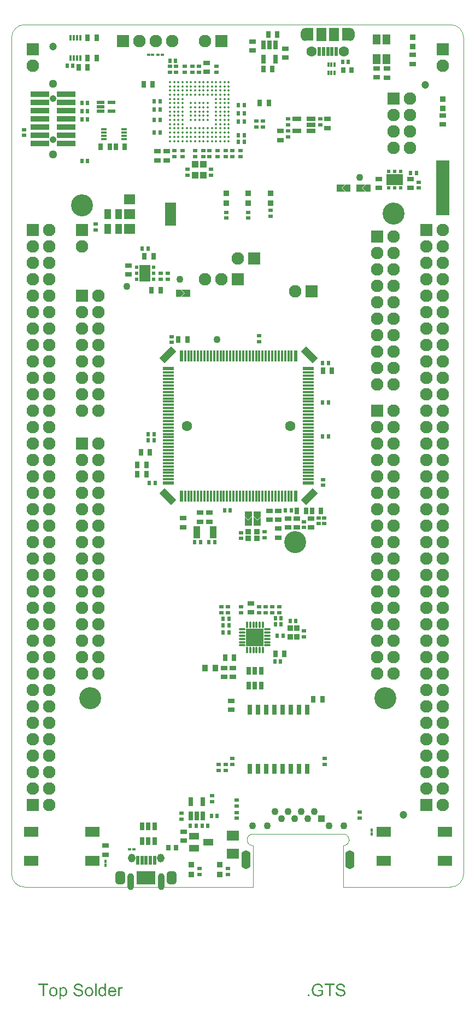
<source format=gts>
G04 Layer_Color=65535*
%FSLAX43Y43*%
%MOMM*%
G71*
G01*
G75*
%ADD83C,0.100*%
%ADD84C,0.100*%
%ADD108R,2.000X8.500*%
%ADD109R,0.850X0.950*%
%ADD110R,0.950X0.850*%
%ADD111R,1.100X1.900*%
%ADD112R,1.100X1.100*%
%ADD113R,0.430X0.525*%
%ADD114R,0.525X0.430*%
%ADD115R,0.650X0.900*%
%ADD116R,0.700X1.300*%
%ADD117R,0.700X1.400*%
%ADD118R,0.740X1.650*%
G04:AMPARAMS|DCode=119|XSize=0.4mm|YSize=0.95mm|CornerRadius=0.125mm|HoleSize=0mm|Usage=FLASHONLY|Rotation=180.000|XOffset=0mm|YOffset=0mm|HoleType=Round|Shape=RoundedRectangle|*
%AMROUNDEDRECTD119*
21,1,0.400,0.700,0,0,180.0*
21,1,0.150,0.950,0,0,180.0*
1,1,0.250,-0.075,0.350*
1,1,0.250,0.075,0.350*
1,1,0.250,0.075,-0.350*
1,1,0.250,-0.075,-0.350*
%
%ADD119ROUNDEDRECTD119*%
%ADD120R,2.700X2.700*%
G04:AMPARAMS|DCode=121|XSize=0.4mm|YSize=0.95mm|CornerRadius=0.125mm|HoleSize=0mm|Usage=FLASHONLY|Rotation=270.000|XOffset=0mm|YOffset=0mm|HoleType=Round|Shape=RoundedRectangle|*
%AMROUNDEDRECTD121*
21,1,0.400,0.700,0,0,270.0*
21,1,0.150,0.950,0,0,270.0*
1,1,0.250,-0.350,-0.075*
1,1,0.250,-0.350,0.075*
1,1,0.250,0.350,0.075*
1,1,0.250,0.350,-0.075*
%
%ADD121ROUNDEDRECTD121*%
G04:AMPARAMS|DCode=122|XSize=1.1mm|YSize=2.6mm|CornerRadius=0mm|HoleSize=0mm|Usage=FLASHONLY|Rotation=315.000|XOffset=0mm|YOffset=0mm|HoleType=Round|Shape=Rectangle|*
%AMROTATEDRECTD122*
4,1,4,-1.308,-0.530,0.530,1.308,1.308,0.530,-0.530,-1.308,-1.308,-0.530,0.0*
%
%ADD122ROTATEDRECTD122*%

G04:AMPARAMS|DCode=123|XSize=1.1mm|YSize=2.6mm|CornerRadius=0mm|HoleSize=0mm|Usage=FLASHONLY|Rotation=225.000|XOffset=0mm|YOffset=0mm|HoleType=Round|Shape=Rectangle|*
%AMROTATEDRECTD123*
4,1,4,-0.530,1.308,1.308,-0.530,0.530,-1.308,-1.308,0.530,-0.530,1.308,0.0*
%
%ADD123ROTATEDRECTD123*%

%ADD124R,0.400X1.750*%
%ADD125R,0.600X1.750*%
%ADD126R,1.750X0.600*%
%ADD127R,1.750X0.400*%
%ADD128R,1.800X2.600*%
%ADD129R,0.600X0.550*%
%ADD130R,1.750X1.600*%
%ADD131R,1.750X3.600*%
%ADD132R,2.600X1.800*%
%ADD133R,0.550X0.600*%
%ADD134R,0.900X0.400*%
%ADD135R,1.400X0.700*%
%ADD136R,1.300X0.500*%
%ADD137C,0.350*%
%ADD138R,0.350X0.700*%
%ADD139R,0.400X0.900*%
%ADD140C,1.100*%
%ADD141R,1.500X1.100*%
%ADD142R,0.800X0.610*%
%ADD143R,1.100X0.740*%
%ADD144R,0.610X0.800*%
%ADD145R,0.740X1.100*%
%ADD146R,0.900X0.900*%
%ADD147R,0.900X0.900*%
%ADD148R,1.200X1.600*%
%ADD149R,0.900X1.050*%
%ADD150R,0.500X1.450*%
%ADD151R,3.000X2.000*%
%ADD152R,2.890X0.840*%
%ADD153R,1.600X2.000*%
%ADD154R,0.500X1.450*%
%ADD155R,1.880X1.500*%
%ADD156R,0.990X0.740*%
%ADD157R,0.740X0.990*%
%ADD158R,0.660X0.610*%
%ADD159R,0.610X0.660*%
%ADD160R,1.000X1.500*%
%ADD161R,2.260X1.620*%
%ADD162C,1.200*%
%ADD163C,1.600*%
%ADD164C,1.950*%
%ADD165R,1.950X1.950*%
%ADD166R,1.950X1.950*%
%ADD167O,1.400X2.900*%
%ADD168R,1.100X1.100*%
%ADD169O,1.150X1.350*%
%ADD170O,1.050X2.625*%
G04:AMPARAMS|DCode=171|XSize=2mm|YSize=1.475mm|CornerRadius=0.394mm|HoleSize=0mm|Usage=FLASHONLY|Rotation=90.000|XOffset=0mm|YOffset=0mm|HoleType=Round|Shape=RoundedRectangle|*
%AMROUNDEDRECTD171*
21,1,2.000,0.688,0,0,90.0*
21,1,1.212,1.475,0,0,90.0*
1,1,0.787,0.344,0.606*
1,1,0.787,0.344,-0.606*
1,1,0.787,-0.344,-0.606*
1,1,0.787,-0.344,0.606*
%
%ADD171ROUNDEDRECTD171*%
%ADD172C,1.070*%
%ADD173C,1.290*%
%ADD174O,1.300X2.000*%
%ADD175C,3.403*%
G36*
X13146Y-16867D02*
X12911D01*
Y-14946D01*
X13146D01*
Y-16867D01*
D02*
G37*
G36*
X5665Y-15174D02*
X5032D01*
Y-16867D01*
X4776D01*
Y-15174D01*
X4143D01*
Y-14946D01*
X5665D01*
Y-15174D01*
D02*
G37*
G36*
X15623Y-15446D02*
X15645Y-15448D01*
X15673Y-15454D01*
X15703Y-15459D01*
X15739Y-15468D01*
X15773Y-15476D01*
X15812Y-15490D01*
X15848Y-15504D01*
X15887Y-15523D01*
X15925Y-15546D01*
X15964Y-15571D01*
X16000Y-15601D01*
X16034Y-15634D01*
X16037Y-15637D01*
X16042Y-15643D01*
X16050Y-15654D01*
X16062Y-15670D01*
X16075Y-15690D01*
X16089Y-15712D01*
X16106Y-15740D01*
X16123Y-15773D01*
X16139Y-15809D01*
X16156Y-15848D01*
X16170Y-15893D01*
X16184Y-15940D01*
X16195Y-15993D01*
X16203Y-16048D01*
X16209Y-16106D01*
X16211Y-16170D01*
Y-16173D01*
Y-16184D01*
Y-16203D01*
X16209Y-16231D01*
X15168D01*
Y-16234D01*
Y-16242D01*
X15170Y-16253D01*
Y-16270D01*
X15173Y-16290D01*
X15179Y-16312D01*
X15187Y-16362D01*
X15204Y-16417D01*
X15226Y-16478D01*
X15256Y-16534D01*
X15295Y-16584D01*
X15298D01*
X15301Y-16589D01*
X15318Y-16603D01*
X15342Y-16623D01*
X15376Y-16642D01*
X15420Y-16664D01*
X15470Y-16684D01*
X15526Y-16698D01*
X15556Y-16700D01*
X15590Y-16703D01*
X15612D01*
X15637Y-16700D01*
X15667Y-16695D01*
X15701Y-16687D01*
X15739Y-16675D01*
X15776Y-16659D01*
X15812Y-16637D01*
X15814Y-16634D01*
X15828Y-16623D01*
X15845Y-16606D01*
X15864Y-16584D01*
X15887Y-16553D01*
X15912Y-16514D01*
X15937Y-16470D01*
X15959Y-16417D01*
X16203Y-16448D01*
Y-16451D01*
X16200Y-16456D01*
X16198Y-16467D01*
X16192Y-16484D01*
X16184Y-16501D01*
X16175Y-16523D01*
X16153Y-16570D01*
X16125Y-16623D01*
X16087Y-16678D01*
X16042Y-16731D01*
X15987Y-16781D01*
X15984D01*
X15978Y-16786D01*
X15970Y-16792D01*
X15959Y-16800D01*
X15942Y-16809D01*
X15925Y-16817D01*
X15903Y-16828D01*
X15878Y-16839D01*
X15851Y-16850D01*
X15823Y-16861D01*
X15753Y-16878D01*
X15676Y-16892D01*
X15590Y-16898D01*
X15559D01*
X15540Y-16895D01*
X15515Y-16892D01*
X15484Y-16886D01*
X15451Y-16881D01*
X15415Y-16875D01*
X15337Y-16853D01*
X15295Y-16836D01*
X15256Y-16820D01*
X15215Y-16798D01*
X15176Y-16773D01*
X15140Y-16745D01*
X15104Y-16712D01*
X15101Y-16709D01*
X15095Y-16703D01*
X15087Y-16692D01*
X15076Y-16675D01*
X15062Y-16656D01*
X15048Y-16634D01*
X15032Y-16606D01*
X15015Y-16576D01*
X14998Y-16539D01*
X14982Y-16501D01*
X14968Y-16456D01*
X14954Y-16409D01*
X14943Y-16359D01*
X14934Y-16303D01*
X14929Y-16245D01*
X14926Y-16184D01*
Y-16181D01*
Y-16167D01*
Y-16151D01*
X14929Y-16126D01*
X14932Y-16095D01*
X14934Y-16062D01*
X14940Y-16023D01*
X14948Y-15984D01*
X14970Y-15895D01*
X14984Y-15851D01*
X15001Y-15804D01*
X15023Y-15759D01*
X15048Y-15718D01*
X15076Y-15676D01*
X15107Y-15637D01*
X15109Y-15634D01*
X15115Y-15629D01*
X15126Y-15620D01*
X15140Y-15607D01*
X15156Y-15593D01*
X15179Y-15576D01*
X15204Y-15557D01*
X15234Y-15540D01*
X15265Y-15521D01*
X15301Y-15504D01*
X15340Y-15487D01*
X15381Y-15473D01*
X15426Y-15459D01*
X15473Y-15451D01*
X15523Y-15446D01*
X15576Y-15443D01*
X15603D01*
X15623Y-15446D01*
D02*
G37*
G36*
X14632Y-16867D02*
X14412D01*
Y-16692D01*
X14410Y-16695D01*
X14407Y-16700D01*
X14399Y-16712D01*
X14387Y-16725D01*
X14374Y-16739D01*
X14357Y-16756D01*
X14337Y-16775D01*
X14313Y-16795D01*
X14288Y-16814D01*
X14260Y-16834D01*
X14226Y-16850D01*
X14190Y-16864D01*
X14154Y-16878D01*
X14113Y-16889D01*
X14068Y-16895D01*
X14021Y-16898D01*
X14004D01*
X13993Y-16895D01*
X13960Y-16892D01*
X13921Y-16886D01*
X13874Y-16875D01*
X13821Y-16859D01*
X13768Y-16836D01*
X13716Y-16806D01*
X13713D01*
X13710Y-16800D01*
X13693Y-16789D01*
X13668Y-16767D01*
X13638Y-16739D01*
X13602Y-16703D01*
X13566Y-16659D01*
X13530Y-16609D01*
X13499Y-16551D01*
Y-16548D01*
X13496Y-16542D01*
X13494Y-16534D01*
X13488Y-16523D01*
X13482Y-16506D01*
X13474Y-16487D01*
X13469Y-16467D01*
X13463Y-16442D01*
X13449Y-16387D01*
X13435Y-16323D01*
X13427Y-16251D01*
X13424Y-16173D01*
Y-16170D01*
Y-16165D01*
Y-16154D01*
Y-16137D01*
X13427Y-16120D01*
Y-16098D01*
X13432Y-16048D01*
X13441Y-15990D01*
X13455Y-15926D01*
X13471Y-15859D01*
X13494Y-15795D01*
Y-15793D01*
X13496Y-15787D01*
X13502Y-15779D01*
X13507Y-15768D01*
X13524Y-15737D01*
X13546Y-15698D01*
X13574Y-15657D01*
X13610Y-15615D01*
X13652Y-15571D01*
X13702Y-15534D01*
X13705D01*
X13707Y-15532D01*
X13716Y-15526D01*
X13727Y-15521D01*
X13754Y-15507D01*
X13793Y-15487D01*
X13838Y-15471D01*
X13891Y-15457D01*
X13949Y-15446D01*
X14010Y-15443D01*
X14032D01*
X14054Y-15446D01*
X14085Y-15448D01*
X14121Y-15457D01*
X14160Y-15465D01*
X14199Y-15479D01*
X14235Y-15498D01*
X14240Y-15501D01*
X14251Y-15507D01*
X14268Y-15521D01*
X14290Y-15534D01*
X14318Y-15554D01*
X14343Y-15579D01*
X14371Y-15604D01*
X14396Y-15634D01*
Y-14946D01*
X14632D01*
Y-16867D01*
D02*
G37*
G36*
X8052Y-15446D02*
X8072Y-15448D01*
X8113Y-15454D01*
X8163Y-15465D01*
X8216Y-15482D01*
X8269Y-15507D01*
X8321Y-15537D01*
X8324D01*
X8327Y-15543D01*
X8344Y-15554D01*
X8369Y-15576D01*
X8399Y-15604D01*
X8432Y-15640D01*
X8466Y-15684D01*
X8499Y-15737D01*
X8527Y-15795D01*
Y-15798D01*
X8530Y-15804D01*
X8532Y-15812D01*
X8538Y-15823D01*
X8544Y-15840D01*
X8549Y-15859D01*
X8563Y-15904D01*
X8577Y-15959D01*
X8588Y-16020D01*
X8596Y-16090D01*
X8599Y-16162D01*
Y-16165D01*
Y-16170D01*
Y-16181D01*
Y-16198D01*
X8596Y-16217D01*
Y-16240D01*
X8591Y-16290D01*
X8580Y-16351D01*
X8566Y-16414D01*
X8546Y-16481D01*
X8521Y-16548D01*
Y-16551D01*
X8519Y-16556D01*
X8513Y-16564D01*
X8507Y-16576D01*
X8488Y-16606D01*
X8463Y-16645D01*
X8432Y-16687D01*
X8394Y-16728D01*
X8349Y-16770D01*
X8296Y-16809D01*
X8294D01*
X8291Y-16811D01*
X8283Y-16817D01*
X8271Y-16823D01*
X8244Y-16836D01*
X8205Y-16853D01*
X8158Y-16870D01*
X8108Y-16884D01*
X8049Y-16895D01*
X7991Y-16898D01*
X7972D01*
X7949Y-16895D01*
X7922Y-16892D01*
X7888Y-16886D01*
X7852Y-16878D01*
X7816Y-16867D01*
X7780Y-16850D01*
X7777Y-16848D01*
X7763Y-16842D01*
X7747Y-16831D01*
X7725Y-16814D01*
X7702Y-16798D01*
X7675Y-16775D01*
X7650Y-16750D01*
X7627Y-16723D01*
Y-17400D01*
X7391D01*
Y-15473D01*
X7605D01*
Y-15657D01*
X7608Y-15651D01*
X7619Y-15640D01*
X7633Y-15620D01*
X7655Y-15598D01*
X7680Y-15571D01*
X7708Y-15546D01*
X7741Y-15521D01*
X7775Y-15498D01*
X7780Y-15496D01*
X7791Y-15490D01*
X7813Y-15482D01*
X7841Y-15471D01*
X7874Y-15459D01*
X7913Y-15451D01*
X7958Y-15446D01*
X8008Y-15443D01*
X8038D01*
X8052Y-15446D01*
D02*
G37*
G36*
X17055D02*
X17086Y-15451D01*
X17122Y-15462D01*
X17161Y-15476D01*
X17205Y-15496D01*
X17253Y-15521D01*
X17166Y-15737D01*
X17164Y-15734D01*
X17153Y-15729D01*
X17136Y-15720D01*
X17114Y-15712D01*
X17089Y-15704D01*
X17058Y-15695D01*
X17028Y-15690D01*
X16997Y-15687D01*
X16983D01*
X16969Y-15690D01*
X16950Y-15693D01*
X16930Y-15698D01*
X16906Y-15707D01*
X16881Y-15718D01*
X16858Y-15734D01*
X16856Y-15737D01*
X16847Y-15743D01*
X16839Y-15754D01*
X16825Y-15768D01*
X16811Y-15787D01*
X16797Y-15809D01*
X16783Y-15834D01*
X16772Y-15865D01*
X16769Y-15870D01*
X16767Y-15887D01*
X16761Y-15912D01*
X16753Y-15945D01*
X16744Y-15987D01*
X16739Y-16034D01*
X16736Y-16084D01*
X16733Y-16140D01*
Y-16867D01*
X16497D01*
Y-15473D01*
X16711D01*
Y-15684D01*
X16714Y-15682D01*
X16725Y-15662D01*
X16739Y-15637D01*
X16761Y-15607D01*
X16783Y-15576D01*
X16808Y-15543D01*
X16833Y-15515D01*
X16858Y-15493D01*
X16861Y-15490D01*
X16869Y-15484D01*
X16886Y-15476D01*
X16903Y-15468D01*
X16925Y-15459D01*
X16953Y-15451D01*
X16980Y-15446D01*
X17011Y-15443D01*
X17030D01*
X17055Y-15446D01*
D02*
G37*
G36*
X47495Y-14915D02*
X47518D01*
X47570Y-14921D01*
X47629Y-14929D01*
X47690Y-14943D01*
X47756Y-14960D01*
X47820Y-14982D01*
X47823D01*
X47829Y-14985D01*
X47837Y-14988D01*
X47848Y-14993D01*
X47879Y-15010D01*
X47917Y-15029D01*
X47959Y-15057D01*
X48003Y-15090D01*
X48045Y-15126D01*
X48084Y-15171D01*
X48090Y-15176D01*
X48101Y-15193D01*
X48117Y-15218D01*
X48139Y-15254D01*
X48162Y-15298D01*
X48187Y-15354D01*
X48212Y-15415D01*
X48231Y-15484D01*
X48001Y-15546D01*
Y-15543D01*
X47998Y-15540D01*
X47995Y-15532D01*
X47992Y-15521D01*
X47984Y-15496D01*
X47973Y-15462D01*
X47956Y-15423D01*
X47937Y-15387D01*
X47917Y-15348D01*
X47892Y-15315D01*
X47890Y-15312D01*
X47881Y-15301D01*
X47865Y-15287D01*
X47845Y-15268D01*
X47820Y-15246D01*
X47787Y-15223D01*
X47751Y-15201D01*
X47709Y-15182D01*
X47704Y-15179D01*
X47690Y-15174D01*
X47665Y-15165D01*
X47631Y-15154D01*
X47593Y-15146D01*
X47548Y-15137D01*
X47498Y-15132D01*
X47445Y-15129D01*
X47415D01*
X47401Y-15132D01*
X47384D01*
X47343Y-15135D01*
X47296Y-15143D01*
X47243Y-15151D01*
X47193Y-15165D01*
X47143Y-15185D01*
X47137Y-15187D01*
X47121Y-15193D01*
X47098Y-15207D01*
X47071Y-15221D01*
X47037Y-15243D01*
X47001Y-15265D01*
X46968Y-15293D01*
X46937Y-15323D01*
X46935Y-15326D01*
X46924Y-15337D01*
X46910Y-15357D01*
X46893Y-15379D01*
X46874Y-15407D01*
X46854Y-15440D01*
X46835Y-15476D01*
X46815Y-15515D01*
Y-15518D01*
X46812Y-15523D01*
X46810Y-15532D01*
X46804Y-15546D01*
X46799Y-15562D01*
X46793Y-15582D01*
X46785Y-15604D01*
X46779Y-15629D01*
X46765Y-15687D01*
X46754Y-15754D01*
X46746Y-15823D01*
X46743Y-15901D01*
Y-15904D01*
Y-15912D01*
Y-15926D01*
X46746Y-15943D01*
Y-15965D01*
X46749Y-15993D01*
X46751Y-16020D01*
X46754Y-16051D01*
X46765Y-16120D01*
X46779Y-16192D01*
X46801Y-16265D01*
X46829Y-16334D01*
Y-16337D01*
X46835Y-16342D01*
X46837Y-16351D01*
X46846Y-16362D01*
X46865Y-16392D01*
X46896Y-16431D01*
X46932Y-16473D01*
X46976Y-16514D01*
X47029Y-16553D01*
X47087Y-16589D01*
X47090D01*
X47096Y-16592D01*
X47104Y-16598D01*
X47118Y-16603D01*
X47132Y-16609D01*
X47151Y-16614D01*
X47196Y-16631D01*
X47251Y-16645D01*
X47312Y-16659D01*
X47379Y-16670D01*
X47448Y-16673D01*
X47476D01*
X47493Y-16670D01*
X47509D01*
X47551Y-16664D01*
X47601Y-16659D01*
X47654Y-16648D01*
X47712Y-16631D01*
X47770Y-16612D01*
X47773D01*
X47779Y-16609D01*
X47784Y-16606D01*
X47795Y-16600D01*
X47826Y-16587D01*
X47859Y-16570D01*
X47898Y-16551D01*
X47940Y-16528D01*
X47978Y-16503D01*
X48012Y-16476D01*
Y-16115D01*
X47445D01*
Y-15887D01*
X48262D01*
Y-16600D01*
X48259Y-16603D01*
X48253Y-16606D01*
X48242Y-16614D01*
X48228Y-16625D01*
X48212Y-16637D01*
X48192Y-16650D01*
X48167Y-16667D01*
X48142Y-16684D01*
X48084Y-16720D01*
X48017Y-16759D01*
X47948Y-16795D01*
X47873Y-16825D01*
X47870D01*
X47865Y-16828D01*
X47854Y-16831D01*
X47840Y-16836D01*
X47820Y-16842D01*
X47798Y-16850D01*
X47773Y-16856D01*
X47748Y-16861D01*
X47687Y-16875D01*
X47618Y-16889D01*
X47543Y-16898D01*
X47465Y-16900D01*
X47437D01*
X47418Y-16898D01*
X47393D01*
X47362Y-16895D01*
X47329Y-16889D01*
X47293Y-16886D01*
X47212Y-16870D01*
X47126Y-16850D01*
X47037Y-16820D01*
X46993Y-16803D01*
X46948Y-16781D01*
X46946Y-16778D01*
X46937Y-16775D01*
X46926Y-16767D01*
X46910Y-16759D01*
X46890Y-16745D01*
X46871Y-16731D01*
X46818Y-16692D01*
X46762Y-16642D01*
X46704Y-16581D01*
X46649Y-16512D01*
X46599Y-16431D01*
Y-16428D01*
X46593Y-16420D01*
X46588Y-16409D01*
X46579Y-16389D01*
X46571Y-16370D01*
X46563Y-16342D01*
X46551Y-16315D01*
X46540Y-16281D01*
X46529Y-16245D01*
X46518Y-16203D01*
X46510Y-16162D01*
X46502Y-16117D01*
X46488Y-16020D01*
X46482Y-15918D01*
Y-15915D01*
Y-15904D01*
Y-15890D01*
X46485Y-15870D01*
Y-15845D01*
X46488Y-15815D01*
X46493Y-15784D01*
X46496Y-15748D01*
X46504Y-15709D01*
X46510Y-15668D01*
X46532Y-15579D01*
X46560Y-15487D01*
X46599Y-15396D01*
X46601Y-15393D01*
X46604Y-15384D01*
X46610Y-15373D01*
X46621Y-15357D01*
X46632Y-15335D01*
X46646Y-15312D01*
X46685Y-15260D01*
X46732Y-15198D01*
X46790Y-15140D01*
X46857Y-15082D01*
X46896Y-15057D01*
X46935Y-15032D01*
X46937Y-15029D01*
X46946Y-15026D01*
X46957Y-15021D01*
X46973Y-15012D01*
X46996Y-15004D01*
X47021Y-14993D01*
X47048Y-14982D01*
X47082Y-14971D01*
X47118Y-14960D01*
X47157Y-14951D01*
X47198Y-14940D01*
X47243Y-14932D01*
X47340Y-14918D01*
X47390Y-14913D01*
X47479D01*
X47495Y-14915D01*
D02*
G37*
G36*
X50013Y-15174D02*
X49380D01*
Y-16867D01*
X49125D01*
Y-15174D01*
X48492D01*
Y-14946D01*
X50013D01*
Y-15174D01*
D02*
G37*
G36*
X46107Y-16867D02*
X45838D01*
Y-16598D01*
X46107D01*
Y-16867D01*
D02*
G37*
G36*
X12033Y-15446D02*
X12058Y-15448D01*
X12086Y-15454D01*
X12117Y-15459D01*
X12153Y-15465D01*
X12228Y-15490D01*
X12266Y-15504D01*
X12305Y-15523D01*
X12344Y-15543D01*
X12383Y-15571D01*
X12419Y-15598D01*
X12455Y-15632D01*
X12458Y-15634D01*
X12464Y-15640D01*
X12472Y-15651D01*
X12483Y-15665D01*
X12497Y-15684D01*
X12514Y-15709D01*
X12530Y-15737D01*
X12547Y-15768D01*
X12563Y-15801D01*
X12580Y-15843D01*
X12597Y-15884D01*
X12611Y-15931D01*
X12622Y-15981D01*
X12630Y-16034D01*
X12636Y-16090D01*
X12638Y-16151D01*
Y-16154D01*
Y-16162D01*
Y-16176D01*
Y-16195D01*
X12636Y-16217D01*
X12633Y-16245D01*
Y-16273D01*
X12627Y-16303D01*
X12619Y-16373D01*
X12602Y-16442D01*
X12583Y-16512D01*
X12555Y-16576D01*
Y-16578D01*
X12552Y-16581D01*
X12547Y-16589D01*
X12541Y-16600D01*
X12522Y-16628D01*
X12497Y-16662D01*
X12464Y-16700D01*
X12422Y-16739D01*
X12375Y-16778D01*
X12319Y-16814D01*
X12316D01*
X12314Y-16817D01*
X12305Y-16823D01*
X12291Y-16828D01*
X12278Y-16834D01*
X12261Y-16839D01*
X12219Y-16856D01*
X12172Y-16870D01*
X12114Y-16884D01*
X12053Y-16895D01*
X11986Y-16898D01*
X11958D01*
X11936Y-16895D01*
X11911Y-16892D01*
X11883Y-16886D01*
X11850Y-16881D01*
X11817Y-16875D01*
X11742Y-16853D01*
X11700Y-16836D01*
X11661Y-16820D01*
X11622Y-16798D01*
X11583Y-16773D01*
X11547Y-16745D01*
X11511Y-16712D01*
X11509Y-16709D01*
X11503Y-16703D01*
X11495Y-16692D01*
X11484Y-16675D01*
X11470Y-16656D01*
X11456Y-16634D01*
X11439Y-16606D01*
X11422Y-16573D01*
X11406Y-16537D01*
X11389Y-16495D01*
X11375Y-16451D01*
X11361Y-16403D01*
X11350Y-16351D01*
X11342Y-16295D01*
X11336Y-16234D01*
X11334Y-16170D01*
Y-16165D01*
Y-16154D01*
X11336Y-16134D01*
Y-16106D01*
X11339Y-16076D01*
X11345Y-16037D01*
X11350Y-15998D01*
X11361Y-15954D01*
X11372Y-15909D01*
X11386Y-15862D01*
X11403Y-15812D01*
X11425Y-15765D01*
X11447Y-15720D01*
X11478Y-15676D01*
X11509Y-15634D01*
X11547Y-15598D01*
X11550Y-15595D01*
X11556Y-15593D01*
X11567Y-15584D01*
X11581Y-15573D01*
X11597Y-15562D01*
X11620Y-15548D01*
X11642Y-15534D01*
X11670Y-15521D01*
X11700Y-15507D01*
X11733Y-15493D01*
X11808Y-15468D01*
X11894Y-15448D01*
X11939Y-15446D01*
X11986Y-15443D01*
X12014D01*
X12033Y-15446D01*
D02*
G37*
G36*
X6509D02*
X6534Y-15448D01*
X6561Y-15454D01*
X6592Y-15459D01*
X6628Y-15465D01*
X6703Y-15490D01*
X6742Y-15504D01*
X6781Y-15523D01*
X6819Y-15543D01*
X6858Y-15571D01*
X6894Y-15598D01*
X6931Y-15632D01*
X6933Y-15634D01*
X6939Y-15640D01*
X6947Y-15651D01*
X6958Y-15665D01*
X6972Y-15684D01*
X6989Y-15709D01*
X7005Y-15737D01*
X7022Y-15768D01*
X7039Y-15801D01*
X7055Y-15843D01*
X7072Y-15884D01*
X7086Y-15931D01*
X7097Y-15981D01*
X7105Y-16034D01*
X7111Y-16090D01*
X7114Y-16151D01*
Y-16154D01*
Y-16162D01*
Y-16176D01*
Y-16195D01*
X7111Y-16217D01*
X7108Y-16245D01*
Y-16273D01*
X7103Y-16303D01*
X7094Y-16373D01*
X7078Y-16442D01*
X7058Y-16512D01*
X7030Y-16576D01*
Y-16578D01*
X7028Y-16581D01*
X7022Y-16589D01*
X7017Y-16600D01*
X6997Y-16628D01*
X6972Y-16662D01*
X6939Y-16700D01*
X6897Y-16739D01*
X6850Y-16778D01*
X6795Y-16814D01*
X6792D01*
X6789Y-16817D01*
X6781Y-16823D01*
X6767Y-16828D01*
X6753Y-16834D01*
X6736Y-16839D01*
X6695Y-16856D01*
X6647Y-16870D01*
X6589Y-16884D01*
X6528Y-16895D01*
X6461Y-16898D01*
X6434D01*
X6411Y-16895D01*
X6386Y-16892D01*
X6359Y-16886D01*
X6325Y-16881D01*
X6292Y-16875D01*
X6217Y-16853D01*
X6175Y-16836D01*
X6137Y-16820D01*
X6098Y-16798D01*
X6059Y-16773D01*
X6023Y-16745D01*
X5987Y-16712D01*
X5984Y-16709D01*
X5978Y-16703D01*
X5970Y-16692D01*
X5959Y-16675D01*
X5945Y-16656D01*
X5931Y-16634D01*
X5914Y-16606D01*
X5898Y-16573D01*
X5881Y-16537D01*
X5864Y-16495D01*
X5851Y-16451D01*
X5837Y-16403D01*
X5826Y-16351D01*
X5817Y-16295D01*
X5812Y-16234D01*
X5809Y-16170D01*
Y-16165D01*
Y-16154D01*
X5812Y-16134D01*
Y-16106D01*
X5814Y-16076D01*
X5820Y-16037D01*
X5826Y-15998D01*
X5837Y-15954D01*
X5848Y-15909D01*
X5862Y-15862D01*
X5878Y-15812D01*
X5901Y-15765D01*
X5923Y-15720D01*
X5953Y-15676D01*
X5984Y-15634D01*
X6023Y-15598D01*
X6025Y-15595D01*
X6031Y-15593D01*
X6042Y-15584D01*
X6056Y-15573D01*
X6073Y-15562D01*
X6095Y-15548D01*
X6117Y-15534D01*
X6145Y-15521D01*
X6175Y-15507D01*
X6209Y-15493D01*
X6284Y-15468D01*
X6370Y-15448D01*
X6414Y-15446D01*
X6461Y-15443D01*
X6489D01*
X6509Y-15446D01*
D02*
G37*
G36*
X50993Y-14915D02*
X51013D01*
X51066Y-14921D01*
X51124Y-14929D01*
X51185Y-14943D01*
X51252Y-14960D01*
X51313Y-14982D01*
X51315D01*
X51321Y-14985D01*
X51329Y-14990D01*
X51340Y-14996D01*
X51368Y-15010D01*
X51404Y-15035D01*
X51446Y-15062D01*
X51488Y-15099D01*
X51526Y-15140D01*
X51563Y-15187D01*
Y-15190D01*
X51565Y-15193D01*
X51571Y-15201D01*
X51576Y-15210D01*
X51590Y-15237D01*
X51607Y-15273D01*
X51626Y-15318D01*
X51640Y-15371D01*
X51654Y-15426D01*
X51660Y-15487D01*
X51415Y-15507D01*
Y-15504D01*
Y-15498D01*
X51413Y-15490D01*
X51410Y-15476D01*
X51402Y-15446D01*
X51390Y-15404D01*
X51374Y-15360D01*
X51349Y-15315D01*
X51318Y-15273D01*
X51279Y-15235D01*
X51274Y-15232D01*
X51260Y-15221D01*
X51232Y-15204D01*
X51196Y-15187D01*
X51149Y-15171D01*
X51093Y-15154D01*
X51024Y-15143D01*
X50946Y-15140D01*
X50907D01*
X50891Y-15143D01*
X50869Y-15146D01*
X50819Y-15151D01*
X50763Y-15162D01*
X50707Y-15176D01*
X50655Y-15198D01*
X50633Y-15212D01*
X50610Y-15226D01*
X50605Y-15229D01*
X50594Y-15240D01*
X50577Y-15260D01*
X50560Y-15282D01*
X50541Y-15312D01*
X50524Y-15346D01*
X50513Y-15384D01*
X50508Y-15429D01*
Y-15434D01*
Y-15446D01*
X50510Y-15465D01*
X50516Y-15487D01*
X50524Y-15515D01*
X50538Y-15543D01*
X50555Y-15571D01*
X50580Y-15598D01*
X50583Y-15601D01*
X50596Y-15609D01*
X50608Y-15618D01*
X50619Y-15623D01*
X50635Y-15632D01*
X50655Y-15643D01*
X50680Y-15651D01*
X50707Y-15662D01*
X50738Y-15673D01*
X50774Y-15687D01*
X50813Y-15698D01*
X50857Y-15712D01*
X50907Y-15723D01*
X50963Y-15737D01*
X50966D01*
X50977Y-15740D01*
X50993Y-15743D01*
X51013Y-15748D01*
X51038Y-15754D01*
X51068Y-15762D01*
X51099Y-15770D01*
X51132Y-15779D01*
X51204Y-15798D01*
X51274Y-15818D01*
X51307Y-15829D01*
X51338Y-15840D01*
X51365Y-15848D01*
X51388Y-15859D01*
X51390D01*
X51396Y-15862D01*
X51404Y-15868D01*
X51415Y-15873D01*
X51446Y-15890D01*
X51482Y-15912D01*
X51524Y-15943D01*
X51565Y-15976D01*
X51604Y-16015D01*
X51638Y-16056D01*
X51640Y-16062D01*
X51651Y-16076D01*
X51663Y-16101D01*
X51679Y-16134D01*
X51693Y-16173D01*
X51707Y-16220D01*
X51715Y-16273D01*
X51718Y-16328D01*
Y-16331D01*
Y-16334D01*
Y-16342D01*
Y-16353D01*
X51712Y-16384D01*
X51707Y-16423D01*
X51696Y-16467D01*
X51682Y-16514D01*
X51660Y-16564D01*
X51629Y-16617D01*
Y-16620D01*
X51626Y-16623D01*
X51613Y-16639D01*
X51593Y-16664D01*
X51565Y-16692D01*
X51529Y-16725D01*
X51485Y-16762D01*
X51435Y-16795D01*
X51377Y-16825D01*
X51374D01*
X51368Y-16828D01*
X51360Y-16831D01*
X51349Y-16836D01*
X51332Y-16842D01*
X51313Y-16850D01*
X51268Y-16861D01*
X51216Y-16875D01*
X51152Y-16889D01*
X51082Y-16898D01*
X51007Y-16900D01*
X50963D01*
X50941Y-16898D01*
X50916D01*
X50888Y-16895D01*
X50855Y-16892D01*
X50785Y-16881D01*
X50713Y-16870D01*
X50641Y-16850D01*
X50571Y-16825D01*
X50569D01*
X50563Y-16823D01*
X50555Y-16817D01*
X50544Y-16811D01*
X50510Y-16795D01*
X50472Y-16770D01*
X50427Y-16737D01*
X50380Y-16698D01*
X50335Y-16650D01*
X50294Y-16598D01*
Y-16595D01*
X50288Y-16589D01*
X50285Y-16581D01*
X50277Y-16570D01*
X50272Y-16556D01*
X50263Y-16539D01*
X50244Y-16498D01*
X50224Y-16445D01*
X50208Y-16387D01*
X50197Y-16320D01*
X50191Y-16251D01*
X50430Y-16228D01*
Y-16231D01*
Y-16234D01*
X50433Y-16242D01*
Y-16253D01*
X50438Y-16278D01*
X50447Y-16315D01*
X50458Y-16351D01*
X50469Y-16392D01*
X50488Y-16431D01*
X50508Y-16467D01*
X50510Y-16470D01*
X50519Y-16481D01*
X50533Y-16501D01*
X50555Y-16520D01*
X50583Y-16545D01*
X50613Y-16570D01*
X50655Y-16595D01*
X50699Y-16617D01*
X50702D01*
X50705Y-16620D01*
X50713Y-16623D01*
X50721Y-16625D01*
X50749Y-16634D01*
X50785Y-16645D01*
X50830Y-16656D01*
X50880Y-16664D01*
X50935Y-16670D01*
X50996Y-16673D01*
X51021D01*
X51049Y-16670D01*
X51082Y-16667D01*
X51121Y-16662D01*
X51166Y-16656D01*
X51210Y-16645D01*
X51252Y-16631D01*
X51257Y-16628D01*
X51271Y-16623D01*
X51290Y-16612D01*
X51315Y-16600D01*
X51340Y-16581D01*
X51368Y-16562D01*
X51396Y-16539D01*
X51418Y-16512D01*
X51421Y-16509D01*
X51427Y-16498D01*
X51435Y-16484D01*
X51446Y-16462D01*
X51457Y-16439D01*
X51465Y-16412D01*
X51471Y-16381D01*
X51474Y-16348D01*
Y-16345D01*
Y-16331D01*
X51471Y-16315D01*
X51468Y-16292D01*
X51460Y-16270D01*
X51452Y-16242D01*
X51438Y-16215D01*
X51418Y-16190D01*
X51415Y-16187D01*
X51407Y-16178D01*
X51396Y-16167D01*
X51377Y-16151D01*
X51354Y-16134D01*
X51324Y-16115D01*
X51288Y-16095D01*
X51246Y-16079D01*
X51243Y-16076D01*
X51229Y-16073D01*
X51207Y-16065D01*
X51193Y-16062D01*
X51174Y-16056D01*
X51154Y-16048D01*
X51129Y-16042D01*
X51102Y-16034D01*
X51068Y-16026D01*
X51035Y-16017D01*
X50996Y-16006D01*
X50952Y-15995D01*
X50905Y-15984D01*
X50902D01*
X50893Y-15981D01*
X50880Y-15979D01*
X50863Y-15973D01*
X50841Y-15968D01*
X50816Y-15962D01*
X50760Y-15945D01*
X50699Y-15926D01*
X50635Y-15906D01*
X50580Y-15887D01*
X50555Y-15876D01*
X50533Y-15865D01*
X50530D01*
X50527Y-15862D01*
X50510Y-15851D01*
X50485Y-15837D01*
X50458Y-15815D01*
X50424Y-15790D01*
X50391Y-15759D01*
X50358Y-15723D01*
X50330Y-15684D01*
X50327Y-15679D01*
X50319Y-15665D01*
X50308Y-15643D01*
X50297Y-15615D01*
X50285Y-15579D01*
X50274Y-15537D01*
X50266Y-15493D01*
X50263Y-15446D01*
Y-15443D01*
Y-15440D01*
Y-15432D01*
Y-15421D01*
X50269Y-15393D01*
X50274Y-15357D01*
X50283Y-15315D01*
X50297Y-15268D01*
X50316Y-15221D01*
X50344Y-15174D01*
Y-15171D01*
X50347Y-15168D01*
X50360Y-15151D01*
X50380Y-15129D01*
X50405Y-15101D01*
X50438Y-15071D01*
X50480Y-15037D01*
X50530Y-15007D01*
X50585Y-14979D01*
X50588D01*
X50594Y-14976D01*
X50602Y-14974D01*
X50613Y-14968D01*
X50627Y-14963D01*
X50646Y-14957D01*
X50688Y-14946D01*
X50741Y-14935D01*
X50802Y-14924D01*
X50866Y-14915D01*
X50938Y-14913D01*
X50974D01*
X50993Y-14915D01*
D02*
G37*
G36*
X10379D02*
X10398D01*
X10451Y-14921D01*
X10509Y-14929D01*
X10570Y-14943D01*
X10637Y-14960D01*
X10698Y-14982D01*
X10701D01*
X10706Y-14985D01*
X10715Y-14990D01*
X10726Y-14996D01*
X10753Y-15010D01*
X10789Y-15035D01*
X10831Y-15062D01*
X10873Y-15099D01*
X10912Y-15140D01*
X10948Y-15187D01*
Y-15190D01*
X10951Y-15193D01*
X10956Y-15201D01*
X10962Y-15210D01*
X10975Y-15237D01*
X10992Y-15273D01*
X11012Y-15318D01*
X11025Y-15371D01*
X11039Y-15426D01*
X11045Y-15487D01*
X10801Y-15507D01*
Y-15504D01*
Y-15498D01*
X10798Y-15490D01*
X10795Y-15476D01*
X10787Y-15446D01*
X10776Y-15404D01*
X10759Y-15360D01*
X10734Y-15315D01*
X10703Y-15273D01*
X10665Y-15235D01*
X10659Y-15232D01*
X10645Y-15221D01*
X10617Y-15204D01*
X10581Y-15187D01*
X10534Y-15171D01*
X10479Y-15154D01*
X10409Y-15143D01*
X10331Y-15140D01*
X10293D01*
X10276Y-15143D01*
X10254Y-15146D01*
X10204Y-15151D01*
X10148Y-15162D01*
X10093Y-15176D01*
X10040Y-15198D01*
X10018Y-15212D01*
X9995Y-15226D01*
X9990Y-15229D01*
X9979Y-15240D01*
X9962Y-15260D01*
X9946Y-15282D01*
X9926Y-15312D01*
X9909Y-15346D01*
X9898Y-15384D01*
X9893Y-15429D01*
Y-15434D01*
Y-15446D01*
X9896Y-15465D01*
X9901Y-15487D01*
X9909Y-15515D01*
X9923Y-15543D01*
X9940Y-15571D01*
X9965Y-15598D01*
X9968Y-15601D01*
X9982Y-15609D01*
X9993Y-15618D01*
X10004Y-15623D01*
X10020Y-15632D01*
X10040Y-15643D01*
X10065Y-15651D01*
X10093Y-15662D01*
X10123Y-15673D01*
X10159Y-15687D01*
X10198Y-15698D01*
X10243Y-15712D01*
X10293Y-15723D01*
X10348Y-15737D01*
X10351D01*
X10362Y-15740D01*
X10379Y-15743D01*
X10398Y-15748D01*
X10423Y-15754D01*
X10454Y-15762D01*
X10484Y-15770D01*
X10517Y-15779D01*
X10590Y-15798D01*
X10659Y-15818D01*
X10692Y-15829D01*
X10723Y-15840D01*
X10751Y-15848D01*
X10773Y-15859D01*
X10776D01*
X10781Y-15862D01*
X10789Y-15868D01*
X10801Y-15873D01*
X10831Y-15890D01*
X10867Y-15912D01*
X10909Y-15943D01*
X10951Y-15976D01*
X10989Y-16015D01*
X11023Y-16056D01*
X11025Y-16062D01*
X11037Y-16076D01*
X11048Y-16101D01*
X11064Y-16134D01*
X11078Y-16173D01*
X11092Y-16220D01*
X11100Y-16273D01*
X11103Y-16328D01*
Y-16331D01*
Y-16334D01*
Y-16342D01*
Y-16353D01*
X11098Y-16384D01*
X11092Y-16423D01*
X11081Y-16467D01*
X11067Y-16514D01*
X11045Y-16564D01*
X11014Y-16617D01*
Y-16620D01*
X11012Y-16623D01*
X10998Y-16639D01*
X10978Y-16664D01*
X10951Y-16692D01*
X10914Y-16725D01*
X10870Y-16762D01*
X10820Y-16795D01*
X10762Y-16825D01*
X10759D01*
X10753Y-16828D01*
X10745Y-16831D01*
X10734Y-16836D01*
X10717Y-16842D01*
X10698Y-16850D01*
X10653Y-16861D01*
X10601Y-16875D01*
X10537Y-16889D01*
X10467Y-16898D01*
X10392Y-16900D01*
X10348D01*
X10326Y-16898D01*
X10301D01*
X10273Y-16895D01*
X10240Y-16892D01*
X10170Y-16881D01*
X10098Y-16870D01*
X10026Y-16850D01*
X9957Y-16825D01*
X9954D01*
X9948Y-16823D01*
X9940Y-16817D01*
X9929Y-16811D01*
X9896Y-16795D01*
X9857Y-16770D01*
X9812Y-16737D01*
X9765Y-16698D01*
X9721Y-16650D01*
X9679Y-16598D01*
Y-16595D01*
X9673Y-16589D01*
X9671Y-16581D01*
X9662Y-16570D01*
X9657Y-16556D01*
X9648Y-16539D01*
X9629Y-16498D01*
X9610Y-16445D01*
X9593Y-16387D01*
X9582Y-16320D01*
X9576Y-16251D01*
X9815Y-16228D01*
Y-16231D01*
Y-16234D01*
X9818Y-16242D01*
Y-16253D01*
X9823Y-16278D01*
X9832Y-16315D01*
X9843Y-16351D01*
X9854Y-16392D01*
X9873Y-16431D01*
X9893Y-16467D01*
X9896Y-16470D01*
X9904Y-16481D01*
X9918Y-16501D01*
X9940Y-16520D01*
X9968Y-16545D01*
X9998Y-16570D01*
X10040Y-16595D01*
X10084Y-16617D01*
X10087D01*
X10090Y-16620D01*
X10098Y-16623D01*
X10107Y-16625D01*
X10134Y-16634D01*
X10170Y-16645D01*
X10215Y-16656D01*
X10265Y-16664D01*
X10320Y-16670D01*
X10381Y-16673D01*
X10406D01*
X10434Y-16670D01*
X10467Y-16667D01*
X10506Y-16662D01*
X10551Y-16656D01*
X10595Y-16645D01*
X10637Y-16631D01*
X10642Y-16628D01*
X10656Y-16623D01*
X10676Y-16612D01*
X10701Y-16600D01*
X10726Y-16581D01*
X10753Y-16562D01*
X10781Y-16539D01*
X10803Y-16512D01*
X10806Y-16509D01*
X10812Y-16498D01*
X10820Y-16484D01*
X10831Y-16462D01*
X10842Y-16439D01*
X10851Y-16412D01*
X10856Y-16381D01*
X10859Y-16348D01*
Y-16345D01*
Y-16331D01*
X10856Y-16315D01*
X10853Y-16292D01*
X10845Y-16270D01*
X10837Y-16242D01*
X10823Y-16215D01*
X10803Y-16190D01*
X10801Y-16187D01*
X10792Y-16178D01*
X10781Y-16167D01*
X10762Y-16151D01*
X10740Y-16134D01*
X10709Y-16115D01*
X10673Y-16095D01*
X10631Y-16079D01*
X10628Y-16076D01*
X10615Y-16073D01*
X10592Y-16065D01*
X10578Y-16062D01*
X10559Y-16056D01*
X10540Y-16048D01*
X10515Y-16042D01*
X10487Y-16034D01*
X10454Y-16026D01*
X10420Y-16017D01*
X10381Y-16006D01*
X10337Y-15995D01*
X10290Y-15984D01*
X10287D01*
X10279Y-15981D01*
X10265Y-15979D01*
X10248Y-15973D01*
X10226Y-15968D01*
X10201Y-15962D01*
X10145Y-15945D01*
X10084Y-15926D01*
X10020Y-15906D01*
X9965Y-15887D01*
X9940Y-15876D01*
X9918Y-15865D01*
X9915D01*
X9912Y-15862D01*
X9896Y-15851D01*
X9871Y-15837D01*
X9843Y-15815D01*
X9809Y-15790D01*
X9776Y-15759D01*
X9743Y-15723D01*
X9715Y-15684D01*
X9712Y-15679D01*
X9704Y-15665D01*
X9693Y-15643D01*
X9682Y-15615D01*
X9671Y-15579D01*
X9660Y-15537D01*
X9651Y-15493D01*
X9648Y-15446D01*
Y-15443D01*
Y-15440D01*
Y-15432D01*
Y-15421D01*
X9654Y-15393D01*
X9660Y-15357D01*
X9668Y-15315D01*
X9682Y-15268D01*
X9701Y-15221D01*
X9729Y-15174D01*
Y-15171D01*
X9732Y-15168D01*
X9746Y-15151D01*
X9765Y-15129D01*
X9790Y-15101D01*
X9823Y-15071D01*
X9865Y-15037D01*
X9915Y-15007D01*
X9970Y-14979D01*
X9973D01*
X9979Y-14976D01*
X9987Y-14974D01*
X9998Y-14968D01*
X10012Y-14963D01*
X10032Y-14957D01*
X10073Y-14946D01*
X10126Y-14935D01*
X10187Y-14924D01*
X10251Y-14915D01*
X10323Y-14913D01*
X10359D01*
X10379Y-14915D01*
D02*
G37*
G36*
X51116Y108079D02*
X51116D01*
X51666Y107529D01*
X50316D01*
Y108629D01*
X51666D01*
X51116Y108079D01*
D02*
G37*
G36*
X52466Y107529D02*
X51766D01*
X51216Y108079D01*
X51766Y108629D01*
X52466D01*
Y107529D01*
D02*
G37*
G36*
X26725Y91850D02*
X26175Y91300D01*
X25475D01*
Y92400D01*
X26175D01*
X26725Y91850D01*
D02*
G37*
G36*
X27625Y91300D02*
X26275D01*
X26825Y91850D01*
X26825D01*
X26275Y92400D01*
X27625D01*
Y91300D01*
D02*
G37*
G36*
X46716Y130858D02*
X45466D01*
Y132858D01*
X46716D01*
Y130858D01*
D02*
G37*
G36*
X52466D02*
X51216D01*
Y132858D01*
X52466D01*
Y130858D01*
D02*
G37*
G36*
X54216Y108079D02*
X54216D01*
X54766Y107529D01*
X53416D01*
Y108629D01*
X54766D01*
X54216Y108079D01*
D02*
G37*
G36*
X55566Y107529D02*
X54866D01*
X54316Y108079D01*
X54866Y108629D01*
X55566D01*
Y107529D01*
D02*
G37*
G36*
X38600Y57350D02*
X38050Y56800D01*
X37500Y57350D01*
Y58050D01*
X38600D01*
Y57350D01*
D02*
G37*
G36*
X37200D02*
X36650Y56800D01*
X36100Y57350D01*
Y58050D01*
X37200D01*
Y57350D01*
D02*
G37*
G36*
X38600Y55900D02*
X37500D01*
Y57250D01*
X38050Y56700D01*
Y56700D01*
X38600Y57250D01*
Y55900D01*
D02*
G37*
G36*
X37200D02*
X36100D01*
Y57250D01*
X36650Y56700D01*
Y56700D01*
X37200Y57250D01*
Y55900D01*
D02*
G37*
%LPC*%
G36*
X15578Y-15637D02*
X15562D01*
X15551Y-15640D01*
X15520Y-15643D01*
X15484Y-15651D01*
X15440Y-15665D01*
X15392Y-15684D01*
X15348Y-15712D01*
X15304Y-15748D01*
X15298Y-15754D01*
X15287Y-15768D01*
X15268Y-15793D01*
X15248Y-15826D01*
X15226Y-15865D01*
X15206Y-15915D01*
X15190Y-15973D01*
X15181Y-16037D01*
X15962D01*
Y-16034D01*
Y-16029D01*
X15959Y-16020D01*
Y-16009D01*
X15953Y-15976D01*
X15945Y-15940D01*
X15931Y-15895D01*
X15917Y-15854D01*
X15895Y-15812D01*
X15870Y-15776D01*
Y-15773D01*
X15864Y-15770D01*
X15851Y-15754D01*
X15826Y-15732D01*
X15792Y-15707D01*
X15751Y-15682D01*
X15701Y-15659D01*
X15642Y-15643D01*
X15612Y-15640D01*
X15578Y-15637D01*
D02*
G37*
G36*
X14035D02*
X14021D01*
X14010Y-15640D01*
X13979Y-15643D01*
X13943Y-15654D01*
X13902Y-15668D01*
X13857Y-15693D01*
X13813Y-15723D01*
X13791Y-15745D01*
X13771Y-15768D01*
Y-15770D01*
X13766Y-15773D01*
X13763Y-15781D01*
X13754Y-15793D01*
X13746Y-15806D01*
X13738Y-15823D01*
X13730Y-15843D01*
X13718Y-15865D01*
X13707Y-15893D01*
X13699Y-15923D01*
X13691Y-15956D01*
X13682Y-15993D01*
X13677Y-16031D01*
X13671Y-16076D01*
X13666Y-16123D01*
Y-16173D01*
Y-16176D01*
Y-16184D01*
Y-16198D01*
X13668Y-16217D01*
Y-16240D01*
X13671Y-16265D01*
X13680Y-16323D01*
X13693Y-16387D01*
X13713Y-16453D01*
X13741Y-16517D01*
X13757Y-16545D01*
X13777Y-16573D01*
X13779D01*
X13782Y-16578D01*
X13796Y-16592D01*
X13821Y-16614D01*
X13852Y-16637D01*
X13891Y-16662D01*
X13938Y-16684D01*
X13988Y-16698D01*
X14015Y-16700D01*
X14043Y-16703D01*
X14057D01*
X14068Y-16700D01*
X14099Y-16698D01*
X14135Y-16687D01*
X14176Y-16673D01*
X14221Y-16650D01*
X14265Y-16620D01*
X14288Y-16600D01*
X14307Y-16578D01*
Y-16576D01*
X14313Y-16573D01*
X14318Y-16564D01*
X14324Y-16553D01*
X14332Y-16539D01*
X14343Y-16526D01*
X14351Y-16503D01*
X14362Y-16481D01*
X14374Y-16456D01*
X14382Y-16428D01*
X14393Y-16395D01*
X14401Y-16362D01*
X14407Y-16323D01*
X14412Y-16284D01*
X14418Y-16240D01*
Y-16192D01*
Y-16190D01*
Y-16178D01*
Y-16165D01*
X14415Y-16145D01*
Y-16123D01*
X14412Y-16095D01*
X14410Y-16065D01*
X14404Y-16031D01*
X14390Y-15965D01*
X14371Y-15895D01*
X14343Y-15829D01*
X14326Y-15801D01*
X14307Y-15773D01*
Y-15770D01*
X14301Y-15768D01*
X14288Y-15751D01*
X14263Y-15729D01*
X14232Y-15704D01*
X14193Y-15679D01*
X14146Y-15659D01*
X14093Y-15643D01*
X14065Y-15640D01*
X14035Y-15637D01*
D02*
G37*
G36*
X7986Y-15629D02*
X7972D01*
X7961Y-15632D01*
X7933Y-15637D01*
X7897Y-15645D01*
X7855Y-15662D01*
X7811Y-15687D01*
X7786Y-15704D01*
X7763Y-15723D01*
X7741Y-15745D01*
X7719Y-15770D01*
Y-15773D01*
X7713Y-15776D01*
X7708Y-15784D01*
X7702Y-15795D01*
X7694Y-15812D01*
X7683Y-15829D01*
X7672Y-15851D01*
X7663Y-15873D01*
X7652Y-15901D01*
X7641Y-15931D01*
X7633Y-15965D01*
X7622Y-16001D01*
X7616Y-16042D01*
X7611Y-16084D01*
X7605Y-16129D01*
Y-16178D01*
Y-16181D01*
Y-16190D01*
Y-16203D01*
X7608Y-16223D01*
Y-16245D01*
X7611Y-16270D01*
X7619Y-16328D01*
X7633Y-16395D01*
X7650Y-16459D01*
X7677Y-16523D01*
X7694Y-16551D01*
X7713Y-16576D01*
X7719Y-16581D01*
X7733Y-16595D01*
X7755Y-16617D01*
X7786Y-16639D01*
X7824Y-16662D01*
X7869Y-16684D01*
X7919Y-16698D01*
X7947Y-16700D01*
X7974Y-16703D01*
X7991D01*
X8002Y-16700D01*
X8030Y-16695D01*
X8069Y-16687D01*
X8110Y-16670D01*
X8155Y-16648D01*
X8199Y-16614D01*
X8221Y-16595D01*
X8244Y-16573D01*
Y-16570D01*
X8249Y-16567D01*
X8255Y-16559D01*
X8260Y-16548D01*
X8271Y-16534D01*
X8280Y-16514D01*
X8291Y-16495D01*
X8302Y-16470D01*
X8310Y-16445D01*
X8321Y-16412D01*
X8333Y-16378D01*
X8341Y-16342D01*
X8346Y-16301D01*
X8352Y-16256D01*
X8358Y-16209D01*
Y-16159D01*
Y-16156D01*
Y-16148D01*
Y-16134D01*
X8355Y-16115D01*
Y-16092D01*
X8352Y-16067D01*
X8344Y-16009D01*
X8330Y-15945D01*
X8310Y-15881D01*
X8283Y-15818D01*
X8266Y-15787D01*
X8246Y-15762D01*
Y-15759D01*
X8241Y-15757D01*
X8227Y-15740D01*
X8205Y-15720D01*
X8174Y-15695D01*
X8135Y-15670D01*
X8091Y-15648D01*
X8041Y-15634D01*
X8013Y-15632D01*
X7986Y-15629D01*
D02*
G37*
G36*
X11986Y-15637D02*
X11969D01*
X11955Y-15640D01*
X11925Y-15643D01*
X11883Y-15654D01*
X11836Y-15670D01*
X11786Y-15693D01*
X11739Y-15726D01*
X11714Y-15748D01*
X11692Y-15770D01*
Y-15773D01*
X11686Y-15776D01*
X11681Y-15784D01*
X11672Y-15795D01*
X11664Y-15809D01*
X11656Y-15826D01*
X11645Y-15848D01*
X11633Y-15870D01*
X11622Y-15898D01*
X11611Y-15926D01*
X11603Y-15959D01*
X11595Y-15995D01*
X11586Y-16034D01*
X11581Y-16076D01*
X11578Y-16123D01*
X11575Y-16170D01*
Y-16173D01*
Y-16181D01*
Y-16195D01*
X11578Y-16215D01*
Y-16237D01*
X11581Y-16262D01*
X11589Y-16320D01*
X11603Y-16387D01*
X11625Y-16453D01*
X11653Y-16517D01*
X11672Y-16545D01*
X11692Y-16573D01*
X11695D01*
X11697Y-16578D01*
X11714Y-16592D01*
X11739Y-16614D01*
X11772Y-16637D01*
X11814Y-16662D01*
X11864Y-16684D01*
X11922Y-16698D01*
X11953Y-16700D01*
X11986Y-16703D01*
X12003D01*
X12017Y-16700D01*
X12047Y-16695D01*
X12089Y-16687D01*
X12133Y-16670D01*
X12183Y-16648D01*
X12230Y-16614D01*
X12255Y-16592D01*
X12278Y-16570D01*
X12280Y-16567D01*
X12283Y-16564D01*
X12289Y-16556D01*
X12297Y-16545D01*
X12305Y-16531D01*
X12316Y-16514D01*
X12328Y-16492D01*
X12339Y-16470D01*
X12350Y-16442D01*
X12358Y-16412D01*
X12369Y-16378D01*
X12377Y-16342D01*
X12386Y-16301D01*
X12391Y-16259D01*
X12397Y-16212D01*
Y-16162D01*
Y-16159D01*
Y-16151D01*
Y-16137D01*
X12394Y-16120D01*
Y-16098D01*
X12391Y-16073D01*
X12383Y-16015D01*
X12369Y-15954D01*
X12347Y-15887D01*
X12316Y-15826D01*
X12300Y-15795D01*
X12278Y-15770D01*
Y-15768D01*
X12272Y-15765D01*
X12255Y-15748D01*
X12230Y-15729D01*
X12197Y-15704D01*
X12155Y-15679D01*
X12105Y-15657D01*
X12050Y-15643D01*
X12019Y-15640D01*
X11986Y-15637D01*
D02*
G37*
G36*
X6461D02*
X6445D01*
X6431Y-15640D01*
X6400Y-15643D01*
X6359Y-15654D01*
X6311Y-15670D01*
X6261Y-15693D01*
X6214Y-15726D01*
X6189Y-15748D01*
X6167Y-15770D01*
Y-15773D01*
X6162Y-15776D01*
X6156Y-15784D01*
X6148Y-15795D01*
X6139Y-15809D01*
X6131Y-15826D01*
X6120Y-15848D01*
X6109Y-15870D01*
X6098Y-15898D01*
X6087Y-15926D01*
X6078Y-15959D01*
X6070Y-15995D01*
X6062Y-16034D01*
X6056Y-16076D01*
X6053Y-16123D01*
X6050Y-16170D01*
Y-16173D01*
Y-16181D01*
Y-16195D01*
X6053Y-16215D01*
Y-16237D01*
X6056Y-16262D01*
X6064Y-16320D01*
X6078Y-16387D01*
X6100Y-16453D01*
X6128Y-16517D01*
X6148Y-16545D01*
X6167Y-16573D01*
X6170D01*
X6173Y-16578D01*
X6189Y-16592D01*
X6214Y-16614D01*
X6248Y-16637D01*
X6289Y-16662D01*
X6339Y-16684D01*
X6398Y-16698D01*
X6428Y-16700D01*
X6461Y-16703D01*
X6478D01*
X6492Y-16700D01*
X6522Y-16695D01*
X6564Y-16687D01*
X6609Y-16670D01*
X6658Y-16648D01*
X6706Y-16614D01*
X6731Y-16592D01*
X6753Y-16570D01*
X6756Y-16567D01*
X6758Y-16564D01*
X6764Y-16556D01*
X6772Y-16545D01*
X6781Y-16531D01*
X6792Y-16514D01*
X6803Y-16492D01*
X6814Y-16470D01*
X6825Y-16442D01*
X6833Y-16412D01*
X6844Y-16378D01*
X6853Y-16342D01*
X6861Y-16301D01*
X6867Y-16259D01*
X6872Y-16212D01*
Y-16162D01*
Y-16159D01*
Y-16151D01*
Y-16137D01*
X6869Y-16120D01*
Y-16098D01*
X6867Y-16073D01*
X6858Y-16015D01*
X6844Y-15954D01*
X6822Y-15887D01*
X6792Y-15826D01*
X6775Y-15795D01*
X6753Y-15770D01*
Y-15768D01*
X6747Y-15765D01*
X6731Y-15748D01*
X6706Y-15729D01*
X6672Y-15704D01*
X6631Y-15679D01*
X6581Y-15657D01*
X6525Y-15643D01*
X6495Y-15640D01*
X6461Y-15637D01*
D02*
G37*
%LPD*%
D83*
X-0Y2000D02*
G03*
X2000Y0I2000J0D01*
G01*
Y133340D02*
G03*
X-0Y131340I0J-2000D01*
G01*
X70000D02*
G03*
X68000Y133340I-2000J0D01*
G01*
Y0D02*
G03*
X70000Y2000I0J2000D01*
G01*
X36469Y7300D02*
G03*
X37369Y6400I900J0D01*
G01*
Y8200D02*
G03*
X36469Y7300I0J-900D01*
G01*
X52269Y7300D02*
G03*
X51369Y8200I-900J0D01*
G01*
X51369Y6400D02*
G03*
X52269Y7300I0J900D01*
G01*
X-0Y2000D02*
Y131340D01*
X70000Y2000D02*
Y131340D01*
X2000Y133340D02*
X68000D01*
X2000Y0D02*
X37369D01*
Y-0D02*
Y6400D01*
Y8200D02*
X51369D01*
X52269Y7300D02*
Y7300D01*
X51369Y-0D02*
Y6400D01*
Y-0D02*
X68000D01*
Y0D01*
D84*
X51369Y6400D02*
D03*
D108*
X66750Y108100D02*
D03*
D109*
X43141Y38704D02*
D03*
Y40054D02*
D03*
X44191D02*
D03*
Y38704D02*
D03*
D110*
X36675Y54950D02*
D03*
X38025D02*
D03*
Y53900D02*
D03*
X36675D02*
D03*
D111*
X31175Y54900D02*
D03*
X28675D02*
D03*
D112*
X28416Y110079D02*
D03*
Y111729D02*
D03*
X29666D02*
D03*
Y110079D02*
D03*
D113*
X14566Y3391D02*
D03*
Y4016D02*
D03*
X55748Y8210D02*
D03*
Y8835D02*
D03*
D114*
X18303Y5879D02*
D03*
X18928D02*
D03*
X22678Y128679D02*
D03*
X23303D02*
D03*
X21854D02*
D03*
X21229D02*
D03*
D115*
X24241Y6129D02*
D03*
X25491D02*
D03*
X51399Y126293D02*
D03*
X52649D02*
D03*
D116*
X22116Y7129D02*
D03*
X21166D02*
D03*
X20216D02*
D03*
Y9429D02*
D03*
X21166D02*
D03*
X22116D02*
D03*
X38641Y31129D02*
D03*
X37691D02*
D03*
X36741D02*
D03*
Y33429D02*
D03*
X37691D02*
D03*
X38641D02*
D03*
D117*
X27741Y13224D02*
D03*
X29641D02*
D03*
Y11024D02*
D03*
X28691D02*
D03*
X27741D02*
D03*
X40866Y128014D02*
D03*
X38966D02*
D03*
Y130214D02*
D03*
X39916D02*
D03*
X40866D02*
D03*
D118*
X45791Y27434D02*
D03*
X44521D02*
D03*
X43251D02*
D03*
X41981D02*
D03*
X40711D02*
D03*
X39441D02*
D03*
X38171D02*
D03*
X36901D02*
D03*
X45791Y18284D02*
D03*
X44521D02*
D03*
X43251D02*
D03*
X41981D02*
D03*
X40711D02*
D03*
X39441D02*
D03*
X38171D02*
D03*
X36901D02*
D03*
D119*
X36941Y36679D02*
D03*
X37441D02*
D03*
X38941D02*
D03*
X38441D02*
D03*
X37941D02*
D03*
X36441D02*
D03*
Y40579D02*
D03*
X36941D02*
D03*
X37441D02*
D03*
X37941D02*
D03*
X38441D02*
D03*
X38941D02*
D03*
D120*
X37691Y38629D02*
D03*
D121*
X35741Y37379D02*
D03*
Y37879D02*
D03*
Y38379D02*
D03*
Y38879D02*
D03*
Y39379D02*
D03*
Y39879D02*
D03*
X39641D02*
D03*
Y39379D02*
D03*
Y38879D02*
D03*
Y38379D02*
D03*
Y37879D02*
D03*
Y37379D02*
D03*
D122*
X24156Y82264D02*
D03*
X46076Y60344D02*
D03*
D123*
X24156D02*
D03*
X46076Y82264D02*
D03*
D124*
X35366Y60479D02*
D03*
X35866D02*
D03*
X36366D02*
D03*
X36866D02*
D03*
X37366D02*
D03*
X37866D02*
D03*
X38366D02*
D03*
X38866D02*
D03*
X39366D02*
D03*
X43366D02*
D03*
X42866D02*
D03*
X42366D02*
D03*
X41866D02*
D03*
X41366D02*
D03*
X40866D02*
D03*
X40366D02*
D03*
X39866D02*
D03*
X30866D02*
D03*
X31366D02*
D03*
X31866D02*
D03*
X32366D02*
D03*
X32866D02*
D03*
X33366D02*
D03*
X33866D02*
D03*
X34366D02*
D03*
X34866D02*
D03*
X30366D02*
D03*
X29866D02*
D03*
X29366D02*
D03*
X28866D02*
D03*
X28366D02*
D03*
X27866D02*
D03*
X27366D02*
D03*
X26866D02*
D03*
X43366Y82129D02*
D03*
X42866D02*
D03*
X42366D02*
D03*
X41866D02*
D03*
X41366D02*
D03*
X40866D02*
D03*
X40366D02*
D03*
X39866D02*
D03*
X39366D02*
D03*
X38866D02*
D03*
X38366D02*
D03*
X37866D02*
D03*
X37366D02*
D03*
X36866D02*
D03*
X36366D02*
D03*
X35866D02*
D03*
X35366D02*
D03*
X34866D02*
D03*
X34366D02*
D03*
X33866D02*
D03*
X33366D02*
D03*
X32866D02*
D03*
X32366D02*
D03*
X31866D02*
D03*
X31366D02*
D03*
X30866D02*
D03*
X30366D02*
D03*
X29866D02*
D03*
X29366D02*
D03*
X28866D02*
D03*
X28366D02*
D03*
X27866D02*
D03*
X27366D02*
D03*
X26866D02*
D03*
D125*
X43966Y60479D02*
D03*
X26266D02*
D03*
X43966Y82129D02*
D03*
X26266D02*
D03*
D126*
X45941Y62454D02*
D03*
Y80154D02*
D03*
X24291D02*
D03*
Y62454D02*
D03*
D127*
X45941Y63054D02*
D03*
Y63554D02*
D03*
Y64054D02*
D03*
Y64554D02*
D03*
Y65054D02*
D03*
Y65554D02*
D03*
Y66054D02*
D03*
Y66554D02*
D03*
Y67054D02*
D03*
Y67554D02*
D03*
Y68054D02*
D03*
Y68554D02*
D03*
Y69054D02*
D03*
Y69554D02*
D03*
Y70054D02*
D03*
Y70554D02*
D03*
Y71054D02*
D03*
Y71554D02*
D03*
Y72054D02*
D03*
Y72554D02*
D03*
Y73054D02*
D03*
Y73554D02*
D03*
Y74054D02*
D03*
Y74554D02*
D03*
Y75054D02*
D03*
Y75554D02*
D03*
Y76054D02*
D03*
Y76554D02*
D03*
Y77054D02*
D03*
Y77554D02*
D03*
Y78054D02*
D03*
Y78554D02*
D03*
Y79054D02*
D03*
Y79554D02*
D03*
X24291D02*
D03*
Y79054D02*
D03*
Y78554D02*
D03*
Y78054D02*
D03*
Y77554D02*
D03*
Y77054D02*
D03*
Y76554D02*
D03*
Y76054D02*
D03*
Y75554D02*
D03*
Y75054D02*
D03*
Y74554D02*
D03*
Y74054D02*
D03*
Y73554D02*
D03*
Y73054D02*
D03*
Y72554D02*
D03*
Y72054D02*
D03*
Y71554D02*
D03*
Y71054D02*
D03*
Y70554D02*
D03*
Y70054D02*
D03*
Y69554D02*
D03*
Y69054D02*
D03*
Y68554D02*
D03*
Y68054D02*
D03*
Y67554D02*
D03*
Y67054D02*
D03*
Y66554D02*
D03*
Y66054D02*
D03*
Y65554D02*
D03*
Y65054D02*
D03*
Y64554D02*
D03*
Y64054D02*
D03*
Y63554D02*
D03*
Y63054D02*
D03*
D128*
X20666Y94929D02*
D03*
D129*
X21966Y95879D02*
D03*
Y94929D02*
D03*
Y93979D02*
D03*
X19366D02*
D03*
Y94929D02*
D03*
Y95879D02*
D03*
D130*
X18266Y106354D02*
D03*
Y104054D02*
D03*
Y101754D02*
D03*
D131*
X24616Y104054D02*
D03*
D132*
X59348Y109376D02*
D03*
D133*
X60298Y108076D02*
D03*
X59348D02*
D03*
X58398D02*
D03*
Y110676D02*
D03*
X59348D02*
D03*
X60298D02*
D03*
D134*
X17416Y115679D02*
D03*
Y116179D02*
D03*
Y116679D02*
D03*
Y117179D02*
D03*
X14316D02*
D03*
Y116679D02*
D03*
Y116179D02*
D03*
Y115679D02*
D03*
D135*
X46391Y116879D02*
D03*
Y117829D02*
D03*
Y118779D02*
D03*
X44191D02*
D03*
Y116879D02*
D03*
D136*
X15466Y121304D02*
D03*
Y120004D02*
D03*
X13766D02*
D03*
Y120654D02*
D03*
Y121304D02*
D03*
D137*
X33616Y124454D02*
D03*
Y123804D02*
D03*
Y123154D02*
D03*
Y122504D02*
D03*
Y121854D02*
D03*
Y121204D02*
D03*
Y120554D02*
D03*
Y119904D02*
D03*
Y119254D02*
D03*
Y118604D02*
D03*
Y117954D02*
D03*
Y117304D02*
D03*
Y116654D02*
D03*
Y116004D02*
D03*
Y115354D02*
D03*
X32966Y124454D02*
D03*
Y123804D02*
D03*
Y123154D02*
D03*
Y122504D02*
D03*
Y121854D02*
D03*
Y121204D02*
D03*
Y120554D02*
D03*
Y119904D02*
D03*
Y119254D02*
D03*
Y118604D02*
D03*
Y117954D02*
D03*
Y117304D02*
D03*
Y116654D02*
D03*
Y116004D02*
D03*
Y115354D02*
D03*
X32316Y124454D02*
D03*
Y123804D02*
D03*
Y123154D02*
D03*
Y122504D02*
D03*
Y121854D02*
D03*
Y121204D02*
D03*
Y120554D02*
D03*
Y119904D02*
D03*
Y119254D02*
D03*
Y118604D02*
D03*
Y117954D02*
D03*
Y117304D02*
D03*
Y116654D02*
D03*
Y116004D02*
D03*
Y115354D02*
D03*
X31666Y124454D02*
D03*
Y123804D02*
D03*
Y123154D02*
D03*
Y122504D02*
D03*
Y121854D02*
D03*
Y121204D02*
D03*
Y120554D02*
D03*
Y119904D02*
D03*
Y119254D02*
D03*
Y118604D02*
D03*
Y117954D02*
D03*
Y117304D02*
D03*
Y116654D02*
D03*
Y116004D02*
D03*
Y115354D02*
D03*
X31016Y124454D02*
D03*
Y123804D02*
D03*
Y123154D02*
D03*
Y122504D02*
D03*
Y117304D02*
D03*
Y116654D02*
D03*
Y116004D02*
D03*
Y115354D02*
D03*
X30366Y124454D02*
D03*
Y123804D02*
D03*
Y123154D02*
D03*
Y122504D02*
D03*
Y121204D02*
D03*
Y120554D02*
D03*
Y119904D02*
D03*
Y119254D02*
D03*
Y118604D02*
D03*
Y117304D02*
D03*
Y116654D02*
D03*
Y116004D02*
D03*
Y115354D02*
D03*
X29716Y124454D02*
D03*
Y123804D02*
D03*
Y123154D02*
D03*
Y122504D02*
D03*
Y121204D02*
D03*
Y120554D02*
D03*
Y119904D02*
D03*
Y119254D02*
D03*
Y118604D02*
D03*
Y117304D02*
D03*
Y116654D02*
D03*
Y116004D02*
D03*
Y115354D02*
D03*
X29066Y124454D02*
D03*
Y123804D02*
D03*
Y123154D02*
D03*
Y122504D02*
D03*
Y121204D02*
D03*
Y120554D02*
D03*
Y119904D02*
D03*
Y119254D02*
D03*
Y118604D02*
D03*
Y117304D02*
D03*
Y116654D02*
D03*
Y116004D02*
D03*
Y115354D02*
D03*
X28416Y124454D02*
D03*
Y123804D02*
D03*
Y123154D02*
D03*
Y122504D02*
D03*
Y121204D02*
D03*
Y120554D02*
D03*
Y119904D02*
D03*
Y119254D02*
D03*
Y118604D02*
D03*
Y117304D02*
D03*
Y116654D02*
D03*
Y116004D02*
D03*
Y115354D02*
D03*
X27766Y124454D02*
D03*
Y123804D02*
D03*
Y123154D02*
D03*
Y122504D02*
D03*
Y121204D02*
D03*
Y120554D02*
D03*
Y119904D02*
D03*
Y119254D02*
D03*
Y118604D02*
D03*
Y117304D02*
D03*
Y116654D02*
D03*
Y116004D02*
D03*
Y115354D02*
D03*
X27116Y124454D02*
D03*
Y123804D02*
D03*
Y123154D02*
D03*
Y122504D02*
D03*
Y117304D02*
D03*
Y116654D02*
D03*
Y116004D02*
D03*
Y115354D02*
D03*
X26466Y124454D02*
D03*
Y123804D02*
D03*
Y123154D02*
D03*
Y122504D02*
D03*
Y121854D02*
D03*
Y121204D02*
D03*
Y120554D02*
D03*
Y119904D02*
D03*
Y119254D02*
D03*
Y118604D02*
D03*
Y117954D02*
D03*
Y117304D02*
D03*
Y116654D02*
D03*
Y116004D02*
D03*
Y115354D02*
D03*
X25816Y124454D02*
D03*
Y123804D02*
D03*
Y123154D02*
D03*
Y122504D02*
D03*
Y121854D02*
D03*
Y121204D02*
D03*
Y120554D02*
D03*
Y119904D02*
D03*
Y119254D02*
D03*
Y118604D02*
D03*
Y117954D02*
D03*
Y117304D02*
D03*
Y116654D02*
D03*
Y116004D02*
D03*
Y115354D02*
D03*
X25166Y124454D02*
D03*
Y123804D02*
D03*
Y123154D02*
D03*
Y122504D02*
D03*
Y121854D02*
D03*
Y121204D02*
D03*
Y120554D02*
D03*
Y119904D02*
D03*
Y119254D02*
D03*
Y118604D02*
D03*
Y117954D02*
D03*
Y117304D02*
D03*
Y116654D02*
D03*
Y116004D02*
D03*
Y115354D02*
D03*
X24516Y124454D02*
D03*
Y123804D02*
D03*
Y123154D02*
D03*
Y122504D02*
D03*
Y121854D02*
D03*
Y121204D02*
D03*
Y120554D02*
D03*
Y119904D02*
D03*
Y119254D02*
D03*
Y118604D02*
D03*
Y117954D02*
D03*
Y117304D02*
D03*
Y116654D02*
D03*
Y116004D02*
D03*
Y115354D02*
D03*
D138*
X49041Y127154D02*
D03*
X49541D02*
D03*
X50041D02*
D03*
Y125854D02*
D03*
X49541D02*
D03*
X49041D02*
D03*
D139*
X10616Y131279D02*
D03*
X10116D02*
D03*
X9616D02*
D03*
X9116D02*
D03*
Y128179D02*
D03*
X9616D02*
D03*
X10116D02*
D03*
X10616D02*
D03*
D140*
X31825Y84650D02*
D03*
X17825Y92909D02*
D03*
X26041Y94004D02*
D03*
X53891Y109754D02*
D03*
X37309Y9520D02*
D03*
X39599D02*
D03*
X51429D02*
D03*
X46919Y11700D02*
D03*
X45899Y10600D02*
D03*
X44879Y11700D02*
D03*
X43859Y10600D02*
D03*
X42839Y11700D02*
D03*
X41819Y10600D02*
D03*
X40799Y11700D02*
D03*
X49139Y9520D02*
D03*
D141*
X28291Y7904D02*
D03*
Y6004D02*
D03*
X30491Y6954D02*
D03*
D142*
X33466Y2879D02*
D03*
Y1979D02*
D03*
X29091Y2879D02*
D03*
Y1979D02*
D03*
X26266Y11429D02*
D03*
Y10529D02*
D03*
X34866Y10629D02*
D03*
Y11529D02*
D03*
X53866Y11579D02*
D03*
Y10679D02*
D03*
X34841Y13423D02*
D03*
Y12523D02*
D03*
X31066Y13229D02*
D03*
Y14129D02*
D03*
X33141Y18054D02*
D03*
Y18954D02*
D03*
X32091Y18054D02*
D03*
Y18954D02*
D03*
X48516Y19854D02*
D03*
Y18954D02*
D03*
X34191Y19854D02*
D03*
Y18954D02*
D03*
X41441Y43304D02*
D03*
Y42404D02*
D03*
X40391D02*
D03*
Y43304D02*
D03*
X39341Y42404D02*
D03*
Y43304D02*
D03*
X38291D02*
D03*
Y42404D02*
D03*
X35566Y43304D02*
D03*
Y42404D02*
D03*
X33516D02*
D03*
Y43304D02*
D03*
X32466D02*
D03*
Y42404D02*
D03*
X24150Y94900D02*
D03*
Y94000D02*
D03*
X23100D02*
D03*
Y94900D02*
D03*
X12991Y101604D02*
D03*
Y102504D02*
D03*
X36616Y103429D02*
D03*
Y104329D02*
D03*
X33216Y103429D02*
D03*
Y104329D02*
D03*
X40141Y103729D02*
D03*
Y104629D02*
D03*
X63016Y108079D02*
D03*
Y108979D02*
D03*
X30916Y110079D02*
D03*
Y110979D02*
D03*
X33191Y113854D02*
D03*
Y112954D02*
D03*
X28416Y113854D02*
D03*
Y112954D02*
D03*
X1941Y116204D02*
D03*
Y117104D02*
D03*
X38941Y117529D02*
D03*
Y118429D02*
D03*
X37891Y117529D02*
D03*
Y118429D02*
D03*
X29016Y125979D02*
D03*
Y126879D02*
D03*
X25466D02*
D03*
Y125979D02*
D03*
D143*
X14566Y5029D02*
D03*
Y6429D02*
D03*
X30625Y56475D02*
D03*
Y57875D02*
D03*
X29225Y56475D02*
D03*
Y57875D02*
D03*
X66746Y117919D02*
D03*
Y119319D02*
D03*
X58116Y125152D02*
D03*
Y126552D02*
D03*
X56566Y125177D02*
D03*
Y126577D02*
D03*
X62091Y127279D02*
D03*
Y128679D02*
D03*
X37325Y129329D02*
D03*
Y130729D02*
D03*
D144*
X29491Y9454D02*
D03*
X30391D02*
D03*
X28591D02*
D03*
X27691D02*
D03*
X30941Y11024D02*
D03*
X31841D02*
D03*
X41666Y34879D02*
D03*
X40766D02*
D03*
X41116Y38879D02*
D03*
X42016D02*
D03*
X33641Y39379D02*
D03*
X32741D02*
D03*
X32741Y40429D02*
D03*
X33641D02*
D03*
X32741Y41479D02*
D03*
X33641D02*
D03*
X21116Y98704D02*
D03*
X20216D02*
D03*
X10866Y112304D02*
D03*
X11766D02*
D03*
X36041Y115229D02*
D03*
X35141D02*
D03*
X36041Y116279D02*
D03*
X35141D02*
D03*
X11766Y118729D02*
D03*
X10866D02*
D03*
Y120004D02*
D03*
X11766D02*
D03*
Y121279D02*
D03*
X10866D02*
D03*
X9491Y126954D02*
D03*
X8591D02*
D03*
D145*
X46525Y58175D02*
D03*
X47925D02*
D03*
X44175D02*
D03*
X45575D02*
D03*
X19475Y63850D02*
D03*
X20875D02*
D03*
X19475Y65250D02*
D03*
X20875D02*
D03*
X20025Y67225D02*
D03*
X21425D02*
D03*
X40373Y126459D02*
D03*
X38973D02*
D03*
X10366Y126779D02*
D03*
X11766D02*
D03*
D146*
X32241Y3479D02*
D03*
X27866D02*
D03*
X62091Y129929D02*
D03*
Y131429D02*
D03*
X66746Y121869D02*
D03*
X33208Y107247D02*
D03*
X36616D02*
D03*
X40141D02*
D03*
D147*
X32241Y1979D02*
D03*
X27866D02*
D03*
X66746Y120369D02*
D03*
X33208Y105747D02*
D03*
X36616D02*
D03*
X40141D02*
D03*
D148*
X58066Y131029D02*
D03*
X56566Y128029D02*
D03*
X58066D02*
D03*
X56566Y131029D02*
D03*
D149*
X29966Y33854D02*
D03*
X31566D02*
D03*
D150*
X22123Y4139D02*
D03*
X21473D02*
D03*
X20823D02*
D03*
X20173D02*
D03*
X19523D02*
D03*
D151*
X20823Y1464D02*
D03*
D152*
X4389Y118744D02*
D03*
Y120014D02*
D03*
Y121284D02*
D03*
Y122554D02*
D03*
X8453D02*
D03*
Y121284D02*
D03*
Y120014D02*
D03*
Y118744D02*
D03*
Y114934D02*
D03*
Y116204D02*
D03*
Y117474D02*
D03*
X4389D02*
D03*
Y116204D02*
D03*
Y114934D02*
D03*
D153*
X47966Y131858D02*
D03*
X49966D02*
D03*
D154*
X47666Y129158D02*
D03*
X48316D02*
D03*
X48966D02*
D03*
X49616D02*
D03*
X50266D02*
D03*
D155*
X34250Y7925D02*
D03*
Y5125D02*
D03*
D156*
X26641Y8579D02*
D03*
Y7179D02*
D03*
X33975Y28800D02*
D03*
Y27400D02*
D03*
X34291Y33879D02*
D03*
Y32479D02*
D03*
X32941Y33879D02*
D03*
Y32479D02*
D03*
X37091Y42479D02*
D03*
Y43879D02*
D03*
X41325Y55425D02*
D03*
Y54025D02*
D03*
X46400Y55600D02*
D03*
Y57000D02*
D03*
X44150D02*
D03*
Y55600D02*
D03*
X42800D02*
D03*
Y57000D02*
D03*
X26525Y57025D02*
D03*
Y55625D02*
D03*
X41325Y58200D02*
D03*
Y56800D02*
D03*
X39975Y58200D02*
D03*
Y56800D02*
D03*
X18075Y96125D02*
D03*
Y94725D02*
D03*
X61816Y108079D02*
D03*
Y109479D02*
D03*
X56866Y108079D02*
D03*
Y109479D02*
D03*
X24016Y113779D02*
D03*
Y112379D02*
D03*
X22566Y113779D02*
D03*
Y112379D02*
D03*
X41666Y116879D02*
D03*
Y115479D02*
D03*
X48916Y117379D02*
D03*
Y118779D02*
D03*
X30216Y126054D02*
D03*
Y127454D02*
D03*
X42396Y128227D02*
D03*
Y129627D02*
D03*
D157*
X46729Y29009D02*
D03*
X48129D02*
D03*
X33066Y35479D02*
D03*
X34466D02*
D03*
X40841Y36079D02*
D03*
X42241D02*
D03*
X48225Y79875D02*
D03*
X49625D02*
D03*
X27225Y84675D02*
D03*
X25825D02*
D03*
X23075Y92325D02*
D03*
X21675D02*
D03*
X21950Y97500D02*
D03*
X20550D02*
D03*
X17541Y114454D02*
D03*
X16141D02*
D03*
X15191D02*
D03*
X13791D02*
D03*
X38441Y121204D02*
D03*
X39841D02*
D03*
X21841Y124154D02*
D03*
X20441D02*
D03*
X13141Y128179D02*
D03*
X11741D02*
D03*
Y131279D02*
D03*
X13141D02*
D03*
X41148Y131820D02*
D03*
X39748D02*
D03*
D158*
X45266Y38704D02*
D03*
Y39604D02*
D03*
X35550Y54800D02*
D03*
Y53900D02*
D03*
X39150Y54050D02*
D03*
Y54950D02*
D03*
X45275Y56500D02*
D03*
Y55600D02*
D03*
X48425Y56175D02*
D03*
Y57075D02*
D03*
X47525Y56175D02*
D03*
Y57075D02*
D03*
X48200Y63025D02*
D03*
Y62125D02*
D03*
X24800Y84225D02*
D03*
Y85125D02*
D03*
X38350Y84325D02*
D03*
Y85225D02*
D03*
X27241Y110079D02*
D03*
Y110979D02*
D03*
X35416Y113854D02*
D03*
Y112954D02*
D03*
X34166Y113854D02*
D03*
Y112954D02*
D03*
X31866Y113854D02*
D03*
Y112954D02*
D03*
X30616Y113854D02*
D03*
Y112954D02*
D03*
X26491Y113854D02*
D03*
Y112954D02*
D03*
X25241Y113854D02*
D03*
Y112954D02*
D03*
X29716Y113854D02*
D03*
Y112954D02*
D03*
X42791Y116879D02*
D03*
Y115979D02*
D03*
X47793Y118770D02*
D03*
Y117870D02*
D03*
X42791Y118779D02*
D03*
Y117879D02*
D03*
X31691Y125979D02*
D03*
Y126879D02*
D03*
X28041Y125979D02*
D03*
Y126879D02*
D03*
X26791Y125979D02*
D03*
Y126879D02*
D03*
X24491Y125979D02*
D03*
Y126879D02*
D03*
D159*
X40841Y40604D02*
D03*
X41741D02*
D03*
X43141Y41179D02*
D03*
X44041D02*
D03*
X40841Y41529D02*
D03*
X41741D02*
D03*
X31475Y53350D02*
D03*
X30575D02*
D03*
X28375D02*
D03*
X29275D02*
D03*
X43300Y58225D02*
D03*
X42400D02*
D03*
X33875D02*
D03*
X32975D02*
D03*
X22250Y62475D02*
D03*
X21350D02*
D03*
X22075Y69050D02*
D03*
X21175D02*
D03*
X48150Y69650D02*
D03*
X49050D02*
D03*
X22075Y69975D02*
D03*
X21175D02*
D03*
X48150Y74925D02*
D03*
X49050D02*
D03*
X48150Y81000D02*
D03*
X49050D02*
D03*
X61816Y110404D02*
D03*
X62716D02*
D03*
X22991Y116679D02*
D03*
X22091D02*
D03*
X35141Y118379D02*
D03*
X36041D02*
D03*
X22991Y118629D02*
D03*
X22091D02*
D03*
X35141Y119629D02*
D03*
X36041D02*
D03*
X22991Y120204D02*
D03*
X22091D02*
D03*
X35141Y120879D02*
D03*
X36041D02*
D03*
X22991Y121454D02*
D03*
X22091D02*
D03*
X51249Y127593D02*
D03*
X52149D02*
D03*
X25391Y127729D02*
D03*
X24491D02*
D03*
D160*
X14841Y101774D02*
D03*
X16541D02*
D03*
X14841Y104074D02*
D03*
X16541D02*
D03*
D161*
X67153Y4023D02*
D03*
Y8523D02*
D03*
X57653Y4023D02*
D03*
Y8523D02*
D03*
X3017D02*
D03*
Y4023D02*
D03*
X12517Y8523D02*
D03*
Y4023D02*
D03*
D162*
X6416Y129929D02*
D03*
X60716Y11154D02*
D03*
X64091Y124029D02*
D03*
D163*
X27116Y71304D02*
D03*
X43116D02*
D03*
X46466Y129158D02*
D03*
X51466D02*
D03*
D164*
X43886Y92074D02*
D03*
X32456Y93979D02*
D03*
X29916D02*
D03*
X34996Y97154D02*
D03*
X10866Y99059D02*
D03*
X61666Y121919D02*
D03*
Y119379D02*
D03*
Y116839D02*
D03*
X59126D02*
D03*
Y119379D02*
D03*
Y114299D02*
D03*
X61666D02*
D03*
X29916Y130809D02*
D03*
X5786Y12699D02*
D03*
X66746Y12674D02*
D03*
X64206Y99034D02*
D03*
Y96494D02*
D03*
Y93954D02*
D03*
X66746Y96494D02*
D03*
Y99034D02*
D03*
Y101574D02*
D03*
Y93954D02*
D03*
Y86334D02*
D03*
Y91414D02*
D03*
Y88874D02*
D03*
X64206Y86334D02*
D03*
Y88874D02*
D03*
Y91414D02*
D03*
Y78714D02*
D03*
Y76174D02*
D03*
Y73634D02*
D03*
X66746Y76174D02*
D03*
Y78714D02*
D03*
Y73634D02*
D03*
Y81254D02*
D03*
Y83794D02*
D03*
X64206Y81254D02*
D03*
Y83794D02*
D03*
Y58394D02*
D03*
Y55854D02*
D03*
X66746Y58394D02*
D03*
Y55854D02*
D03*
Y53314D02*
D03*
Y50774D02*
D03*
X64206D02*
D03*
Y53314D02*
D03*
Y66014D02*
D03*
Y63474D02*
D03*
Y60934D02*
D03*
X66746Y63474D02*
D03*
Y66014D02*
D03*
Y60934D02*
D03*
Y68554D02*
D03*
Y71094D02*
D03*
X64206Y68554D02*
D03*
Y71094D02*
D03*
Y48234D02*
D03*
X66746D02*
D03*
X64206Y17754D02*
D03*
Y15214D02*
D03*
X66746Y17754D02*
D03*
Y15214D02*
D03*
X64206Y30454D02*
D03*
Y27914D02*
D03*
X66746Y30454D02*
D03*
Y27914D02*
D03*
Y20294D02*
D03*
Y25374D02*
D03*
Y22834D02*
D03*
X64206Y20294D02*
D03*
Y22834D02*
D03*
Y25374D02*
D03*
Y38074D02*
D03*
Y35534D02*
D03*
Y32994D02*
D03*
X66746Y35534D02*
D03*
Y38074D02*
D03*
Y32994D02*
D03*
Y40614D02*
D03*
Y45694D02*
D03*
Y43154D02*
D03*
X64206Y40614D02*
D03*
Y43154D02*
D03*
Y45694D02*
D03*
X3246Y99059D02*
D03*
Y96519D02*
D03*
Y93979D02*
D03*
X5786Y96519D02*
D03*
Y99059D02*
D03*
Y101599D02*
D03*
Y93979D02*
D03*
Y86359D02*
D03*
Y91439D02*
D03*
Y88899D02*
D03*
X3246Y86359D02*
D03*
Y88899D02*
D03*
Y91439D02*
D03*
Y78739D02*
D03*
Y76199D02*
D03*
Y73659D02*
D03*
X5786Y76199D02*
D03*
Y78739D02*
D03*
Y73659D02*
D03*
Y81279D02*
D03*
Y83819D02*
D03*
X3246Y81279D02*
D03*
Y83819D02*
D03*
Y58419D02*
D03*
Y55879D02*
D03*
X5786Y58419D02*
D03*
Y55879D02*
D03*
Y53339D02*
D03*
Y50799D02*
D03*
X3246D02*
D03*
Y53339D02*
D03*
Y66039D02*
D03*
Y63499D02*
D03*
Y60959D02*
D03*
X5786Y63499D02*
D03*
Y66039D02*
D03*
Y60959D02*
D03*
Y68579D02*
D03*
Y71119D02*
D03*
X3246Y68579D02*
D03*
Y71119D02*
D03*
Y48259D02*
D03*
X5786D02*
D03*
X3246Y17779D02*
D03*
Y15239D02*
D03*
X5786Y17779D02*
D03*
Y15239D02*
D03*
X3246Y30479D02*
D03*
Y27939D02*
D03*
X5786Y30479D02*
D03*
Y27939D02*
D03*
Y20319D02*
D03*
Y25399D02*
D03*
Y22859D02*
D03*
X3246Y20319D02*
D03*
Y22859D02*
D03*
Y25399D02*
D03*
Y38099D02*
D03*
Y35559D02*
D03*
Y33019D02*
D03*
X5786Y35559D02*
D03*
Y38099D02*
D03*
Y33019D02*
D03*
Y40639D02*
D03*
Y45719D02*
D03*
Y43179D02*
D03*
X3246Y40639D02*
D03*
Y43179D02*
D03*
Y45719D02*
D03*
X59126Y35559D02*
D03*
X56586Y48259D02*
D03*
Y45719D02*
D03*
Y43179D02*
D03*
Y40639D02*
D03*
Y38099D02*
D03*
Y60959D02*
D03*
Y58419D02*
D03*
Y55879D02*
D03*
Y53339D02*
D03*
Y50799D02*
D03*
X59126Y73659D02*
D03*
X56586Y71119D02*
D03*
Y68579D02*
D03*
Y66039D02*
D03*
Y63499D02*
D03*
X59126Y38099D02*
D03*
Y40639D02*
D03*
Y43179D02*
D03*
Y45719D02*
D03*
Y48259D02*
D03*
Y55879D02*
D03*
Y58419D02*
D03*
Y66039D02*
D03*
Y68579D02*
D03*
Y71119D02*
D03*
Y63499D02*
D03*
Y60959D02*
D03*
Y53339D02*
D03*
Y50799D02*
D03*
X56586Y35559D02*
D03*
X59126Y33019D02*
D03*
X56586D02*
D03*
X10866Y43179D02*
D03*
Y40639D02*
D03*
Y38099D02*
D03*
Y35559D02*
D03*
Y33019D02*
D03*
Y55879D02*
D03*
Y53339D02*
D03*
Y50799D02*
D03*
Y48259D02*
D03*
Y45719D02*
D03*
X13406Y68579D02*
D03*
X10866Y66039D02*
D03*
Y63499D02*
D03*
Y60959D02*
D03*
Y58419D02*
D03*
X13406Y33019D02*
D03*
Y35559D02*
D03*
Y38099D02*
D03*
Y40639D02*
D03*
Y43179D02*
D03*
Y50799D02*
D03*
Y53339D02*
D03*
Y60959D02*
D03*
Y63499D02*
D03*
Y66039D02*
D03*
Y58419D02*
D03*
Y55879D02*
D03*
Y48259D02*
D03*
Y45719D02*
D03*
X10866Y78739D02*
D03*
Y76199D02*
D03*
Y73659D02*
D03*
X13406Y91439D02*
D03*
X10866Y88899D02*
D03*
Y86359D02*
D03*
Y83819D02*
D03*
Y81279D02*
D03*
X13406Y73659D02*
D03*
Y76199D02*
D03*
Y83819D02*
D03*
Y86359D02*
D03*
Y88899D02*
D03*
Y81279D02*
D03*
Y78739D02*
D03*
X59126Y77723D02*
D03*
Y80263D02*
D03*
Y87883D02*
D03*
Y90423D02*
D03*
Y98043D02*
D03*
Y95503D02*
D03*
Y92963D02*
D03*
Y85343D02*
D03*
Y82803D02*
D03*
X56586Y90423D02*
D03*
Y92963D02*
D03*
Y95503D02*
D03*
Y98043D02*
D03*
X59126Y100583D02*
D03*
X56586Y77723D02*
D03*
Y80263D02*
D03*
Y82803D02*
D03*
Y85343D02*
D03*
Y87883D02*
D03*
X66746Y126999D02*
D03*
X3246D02*
D03*
X19756Y130809D02*
D03*
X22296D02*
D03*
X24836D02*
D03*
D165*
X46426Y92074D02*
D03*
X34996Y93979D02*
D03*
X37536Y97154D02*
D03*
X32456Y130809D02*
D03*
X3246Y12699D02*
D03*
X64206Y12674D02*
D03*
X17216Y130809D02*
D03*
D166*
X10866Y101599D02*
D03*
X59126Y121919D02*
D03*
X64206Y101574D02*
D03*
X3246Y101599D02*
D03*
X56586Y73659D02*
D03*
X10866Y68579D02*
D03*
Y91439D02*
D03*
X56586Y100583D02*
D03*
X66746Y129539D02*
D03*
X3246D02*
D03*
D167*
X36329Y4200D02*
D03*
X52409D02*
D03*
D168*
X47939Y10600D02*
D03*
D169*
X18598Y4464D02*
D03*
X23048D02*
D03*
D170*
X23198Y814D02*
D03*
X18448D02*
D03*
D171*
X24810Y1464D02*
D03*
X16835D02*
D03*
D172*
X6421Y121919D02*
D03*
Y115569D02*
D03*
D173*
Y124189D02*
D03*
Y113299D02*
D03*
D174*
X45466Y131858D02*
D03*
X52466D02*
D03*
D175*
X43886Y53339D02*
D03*
X59126Y104139D02*
D03*
X10866Y105409D02*
D03*
X12136Y29209D02*
D03*
X57856D02*
D03*
M02*

</source>
